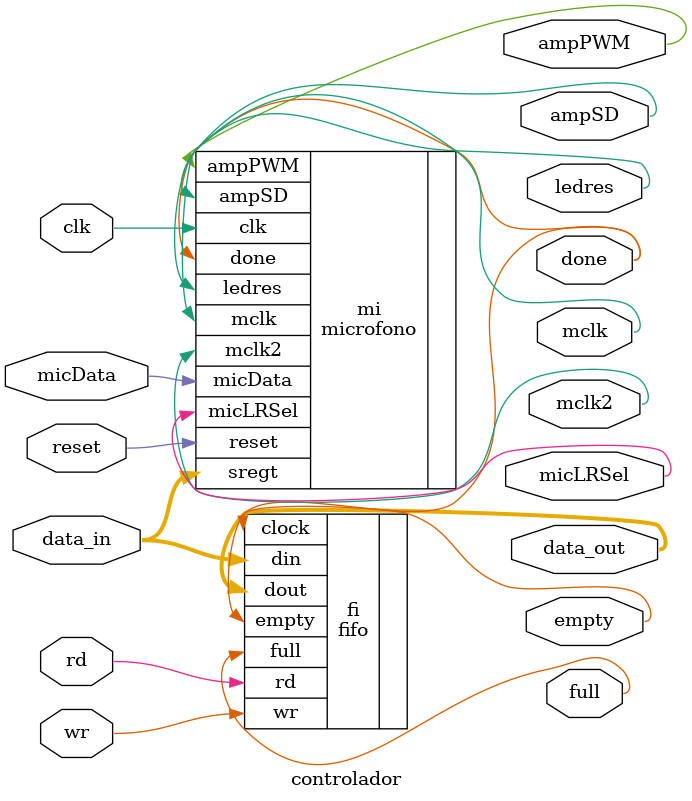
<source format=v>
module controlador #(
  	parameter adr_width = 10,
	parameter dat_width = 16
   )
(
	input 			reset,	
	input [dat_width-1:0]	data_in,
	input			clk,
        input           	micData,    
  	input 			rd, wr,
	output			mclk,
	output   		mclk2,
	output	reg   		micLRSel,    	
	output	reg    		ampPWM,
        output	reg       	ampSD,
  	output [dat_width-1:0]	data_out,
   	output 			empty,
    	output 			full,	
	output			done,	
	output 			ledres





   );

fifo fi(.dout(data_out),.rd(rd),.wr(wr),.din(data_in),.empty(empty),.rd(rd),.wr(wr),.full(full),.clock(done));

microfono mi(.clk(clk),.mclk2(mclk2),.reset(reset),.mclk(mclk),.micLRSel(micLRSel),.micData(micData),.ledres(ledres),.ampPWM(ampPWM),.ampSD(ampSD),.done(done),.sregt(data_in));

endmodule

</source>
